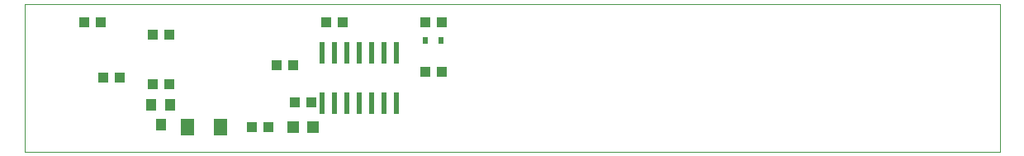
<source format=gtp>
G75*
G70*
%OFA0B0*%
%FSLAX24Y24*%
%IPPOS*%
%LPD*%
%AMOC8*
5,1,8,0,0,1.08239X$1,22.5*
%
%ADD10C,0.0000*%
%ADD11R,0.0240X0.0870*%
%ADD12R,0.0400X0.0450*%
%ADD13R,0.0433X0.0394*%
%ADD14R,0.0236X0.0315*%
%ADD15R,0.0472X0.0472*%
%ADD16R,0.0551X0.0709*%
D10*
X000151Y001048D02*
X000151Y007044D01*
X039521Y007044D01*
X039521Y001048D01*
X000151Y001048D01*
D11*
X012151Y003023D03*
X012651Y003023D03*
X013151Y003023D03*
X013651Y003023D03*
X014151Y003023D03*
X014651Y003023D03*
X015151Y003023D03*
X015151Y005073D03*
X014651Y005073D03*
X014151Y005073D03*
X013651Y005073D03*
X013151Y005073D03*
X012651Y005073D03*
X012151Y005073D03*
D12*
X006025Y002948D03*
X005277Y002948D03*
X005651Y002148D03*
D13*
X009317Y002048D03*
X009986Y002048D03*
X011067Y003048D03*
X011736Y003048D03*
X005986Y003798D03*
X005317Y003798D03*
X003986Y004048D03*
X003317Y004048D03*
X010317Y004548D03*
X010986Y004548D03*
X016317Y004298D03*
X016986Y004298D03*
X016986Y006298D03*
X016317Y006298D03*
X012986Y006298D03*
X012317Y006298D03*
X005986Y005798D03*
X005317Y005798D03*
X003236Y006298D03*
X002567Y006298D03*
D14*
X016336Y005548D03*
X016966Y005548D03*
D15*
X011815Y002048D03*
X010988Y002048D03*
D16*
X008070Y002048D03*
X006732Y002048D03*
M02*

</source>
